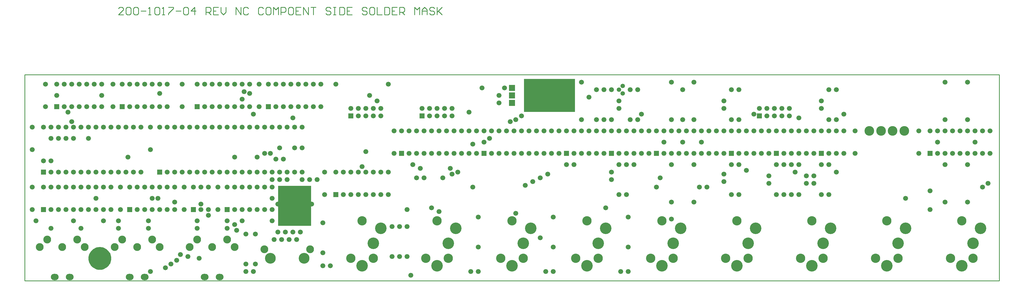
<source format=gts>
*%FSLAX23Y23*%
*%MOIN*%
G01*
%ADD11C,0.006*%
%ADD12C,0.007*%
%ADD13C,0.008*%
%ADD14C,0.010*%
%ADD15C,0.012*%
%ADD16C,0.020*%
%ADD17C,0.024*%
%ADD18C,0.032*%
%ADD19C,0.036*%
%ADD20C,0.040*%
%ADD21C,0.050*%
%ADD22C,0.052*%
%ADD23C,0.055*%
%ADD24C,0.056*%
%ADD25C,0.059*%
%ADD26C,0.060*%
%ADD27C,0.062*%
%ADD28C,0.066*%
%ADD29C,0.070*%
%ADD30C,0.082*%
%ADD31C,0.090*%
%ADD32C,0.095*%
%ADD33O,0.100X0.080*%
%ADD34C,0.100*%
%ADD35O,0.104X0.084*%
%ADD36C,0.104*%
%ADD37C,0.115*%
%ADD38C,0.120*%
%ADD39C,0.124*%
%ADD40C,0.125*%
%ADD41C,0.128*%
%ADD42C,0.129*%
%ADD43C,0.140*%
%ADD44C,0.144*%
%ADD45C,0.148*%
%ADD46C,0.150*%
%ADD47C,0.154*%
%ADD48C,0.250*%
%ADD49C,0.250*%
%ADD50R,0.062X0.062*%
%ADD51R,0.066X0.066*%
%ADD52R,0.075X0.075*%
%ADD53R,0.079X0.079*%
%ADD54R,0.250X0.250*%
D14*
X4900Y9878D02*
X4967D01*
X4900D02*
X4967Y9945D01*
Y9961D01*
X4950Y9978D01*
X4917D01*
X4900Y9961D01*
X5000D02*
X5017Y9978D01*
X5050D01*
X5067Y9961D01*
Y9895D01*
X5050Y9878D01*
X5017D01*
X5000Y9895D01*
Y9961D01*
X5100D02*
X5117Y9978D01*
X5150D01*
X5167Y9961D01*
Y9895D01*
X5150Y9878D01*
X5117D01*
X5100Y9895D01*
Y9961D01*
X5200Y9928D02*
X5267D01*
X5300Y9878D02*
X5333D01*
X5317D01*
Y9978D01*
X5318D01*
X5317D02*
X5300Y9961D01*
X5383D02*
X5400Y9978D01*
X5433D01*
X5450Y9961D01*
Y9895D01*
X5433Y9878D01*
X5400D01*
X5383Y9895D01*
Y9961D01*
X5483Y9878D02*
X5516D01*
X5500D01*
Y9978D01*
X5501D01*
X5500D02*
X5483Y9961D01*
X5566Y9978D02*
X5633D01*
Y9961D01*
X5566Y9895D01*
Y9878D01*
X5666Y9928D02*
X5733D01*
X5766Y9961D02*
X5783Y9978D01*
X5816D01*
X5833Y9961D01*
Y9895D01*
X5816Y9878D01*
X5783D01*
X5766Y9895D01*
Y9961D01*
X5916Y9978D02*
Y9878D01*
X5866Y9928D02*
X5916Y9978D01*
X5933Y9928D02*
X5866D01*
X6066Y9878D02*
Y9978D01*
X6116D01*
X6133Y9961D01*
Y9928D01*
X6116Y9911D01*
X6066D01*
X6100D02*
X6133Y9878D01*
X6166Y9978D02*
X6233D01*
X6166D02*
Y9878D01*
X6233D01*
X6200Y9928D02*
X6166D01*
X6266Y9911D02*
Y9978D01*
Y9911D02*
X6300Y9878D01*
X6333Y9911D01*
Y9978D01*
X6466D02*
Y9878D01*
X6533D02*
X6466Y9978D01*
X6533D02*
Y9878D01*
X6633Y9961D02*
X6616Y9978D01*
X6583D01*
X6566Y9961D01*
Y9895D01*
X6583Y9878D01*
X6616D01*
X6633Y9895D01*
X6816Y9978D02*
X6833Y9961D01*
X6816Y9978D02*
X6783D01*
X6766Y9961D01*
Y9895D01*
X6783Y9878D01*
X6816D01*
X6833Y9895D01*
X6883Y9978D02*
X6916D01*
X6883D02*
X6866Y9961D01*
Y9895D01*
X6883Y9878D01*
X6916D01*
X6933Y9895D01*
Y9961D01*
X6916Y9978D01*
X6966D02*
Y9878D01*
X6999Y9945D02*
X6966Y9978D01*
X6999Y9945D02*
X7033Y9978D01*
Y9878D01*
X7066D02*
Y9978D01*
X7116D01*
X7133Y9961D01*
Y9928D01*
X7116Y9911D01*
X7066D01*
X7183Y9978D02*
X7216D01*
X7183D02*
X7166Y9961D01*
Y9895D01*
X7183Y9878D01*
X7216D01*
X7233Y9895D01*
Y9961D01*
X7216Y9978D01*
X7266D02*
X7333D01*
X7266D02*
Y9878D01*
X7333D01*
X7299Y9928D02*
X7266D01*
X7366Y9878D02*
Y9978D01*
X7433Y9878D01*
Y9978D01*
X7466D02*
X7532D01*
X7499D01*
Y9878D01*
X7716Y9978D02*
X7732Y9961D01*
X7716Y9978D02*
X7682D01*
X7666Y9961D01*
Y9945D01*
X7682Y9928D01*
X7716D01*
X7732Y9911D01*
Y9895D01*
X7716Y9878D01*
X7682D01*
X7666Y9895D01*
X7766Y9978D02*
X7799D01*
X7782D01*
Y9878D01*
X7766D01*
X7799D01*
X7849D02*
Y9978D01*
Y9878D02*
X7899D01*
X7916Y9895D01*
Y9961D01*
X7899Y9978D01*
X7849D01*
X7949D02*
X8016D01*
X7949D02*
Y9878D01*
X8016D01*
X7982Y9928D02*
X7949D01*
X8199Y9978D02*
X8216Y9961D01*
X8199Y9978D02*
X8166D01*
X8149Y9961D01*
Y9945D01*
X8166Y9928D01*
X8199D01*
X8216Y9911D01*
Y9895D01*
X8199Y9878D01*
X8166D01*
X8149Y9895D01*
X8266Y9978D02*
X8299D01*
X8266D02*
X8249Y9961D01*
Y9895D01*
X8266Y9878D01*
X8299D01*
X8316Y9895D01*
Y9961D01*
X8299Y9978D01*
X8349D02*
Y9878D01*
X8416D01*
X8449D02*
Y9978D01*
Y9878D02*
X8499D01*
X8515Y9895D01*
Y9961D01*
X8499Y9978D01*
X8449D01*
X8549D02*
X8615D01*
X8549D02*
Y9878D01*
X8615D01*
X8582Y9928D02*
X8549D01*
X8649Y9878D02*
Y9978D01*
X8699D01*
X8715Y9961D01*
Y9928D01*
X8699Y9911D01*
X8649D01*
X8682D02*
X8715Y9878D01*
X8849D02*
Y9978D01*
X8882Y9945D01*
X8915Y9978D01*
Y9878D01*
X8949D02*
Y9945D01*
X8982Y9978D01*
X9015Y9945D01*
Y9878D01*
Y9928D01*
X8949D01*
X9099Y9978D02*
X9115Y9961D01*
X9099Y9978D02*
X9065D01*
X9049Y9961D01*
Y9945D01*
X9065Y9928D01*
X9099D01*
X9115Y9911D01*
Y9895D01*
X9099Y9878D01*
X9065D01*
X9049Y9895D01*
X9149Y9878D02*
Y9978D01*
Y9911D02*
Y9878D01*
Y9911D02*
X9215Y9978D01*
X9165Y9928D01*
X9215Y9878D01*
X3650Y9078D02*
X16650D01*
Y6328D02*
X3650D01*
Y9078D01*
X16650D02*
Y6328D01*
D25*
X11625Y8828D02*
D03*
X11575Y8878D02*
D03*
X11625Y8928D02*
D03*
D28*
X16425Y7578D02*
D03*
X16500Y7628D02*
D03*
X16325Y8178D02*
D03*
X15825D02*
D03*
X15725Y7528D02*
D03*
Y7278D02*
D03*
X15400Y7428D02*
D03*
X14575Y8553D02*
D03*
X14475Y7778D02*
D03*
X13975Y8503D02*
D03*
X13925Y7778D02*
D03*
X13375Y8553D02*
D03*
X13275Y7803D02*
D03*
X12675Y8178D02*
D03*
X12650Y7578D02*
D03*
X12750D02*
D03*
X12275Y7153D02*
D03*
X12425Y8178D02*
D03*
X12175D02*
D03*
X12075Y7578D02*
D03*
X12125Y7703D02*
D03*
X11875Y8553D02*
D03*
X11775Y7878D02*
D03*
X11400Y7303D02*
D03*
X10525Y6903D02*
D03*
X10625Y7753D02*
D03*
X10525Y7703D02*
D03*
X10425Y7653D02*
D03*
X10325Y7603D02*
D03*
X10125Y8453D02*
D03*
X10200Y8478D02*
D03*
X10275Y8528D02*
D03*
X10200Y7228D02*
D03*
X9850Y8228D02*
D03*
X9775Y8178D02*
D03*
X9575Y8578D02*
D03*
X9625Y8153D02*
D03*
Y7578D02*
D03*
X9325Y7828D02*
D03*
X9425Y7778D02*
D03*
X9350Y7753D02*
D03*
X9225Y7703D02*
D03*
X9175Y7253D02*
D03*
X8975Y7703D02*
D03*
X9075Y7303D02*
D03*
X8925Y7828D02*
D03*
X8750Y7278D02*
D03*
X8875Y7703D02*
D03*
X8825Y7878D02*
D03*
X8800Y6403D02*
D03*
X8350Y8728D02*
D03*
X8500Y8953D02*
D03*
X8250Y8803D02*
D03*
X8150Y7853D02*
D03*
X8200Y8053D02*
D03*
X7800Y8953D02*
D03*
X7350Y8103D02*
D03*
X7225Y8503D02*
D03*
X7250Y8103D02*
D03*
X7100Y7953D02*
D03*
X7000D02*
D03*
X7050Y8103D02*
D03*
X6850Y8028D02*
D03*
X6925D02*
D03*
X6950Y7428D02*
D03*
X6700Y8553D02*
D03*
X6650Y8828D02*
D03*
X6575Y8853D02*
D03*
X6750Y7978D02*
D03*
X6550Y8753D02*
D03*
X6450Y7978D02*
D03*
X6475Y7003D02*
D03*
X6450Y7078D02*
D03*
X6100Y7203D02*
D03*
X6000Y7353D02*
D03*
X5825Y6653D02*
D03*
X5975Y6628D02*
D03*
X5650Y7378D02*
D03*
X5725Y6678D02*
D03*
X5600Y6553D02*
D03*
X5675Y6603D02*
D03*
X5450Y8828D02*
D03*
X5425Y7428D02*
D03*
X5525Y6503D02*
D03*
X5350Y7428D02*
D03*
X5325Y6453D02*
D03*
X5025Y7978D02*
D03*
X4675Y8803D02*
D03*
X4500Y8228D02*
D03*
X4600Y7428D02*
D03*
X4225Y8578D02*
D03*
X4275Y8453D02*
D03*
X4300Y8228D02*
D03*
X4075Y8803D02*
D03*
X4100Y8228D02*
D03*
X4200D02*
D03*
X3900Y7928D02*
D03*
X4000Y8228D02*
D03*
Y7928D02*
D03*
X3800Y7128D02*
D03*
X15925Y8478D02*
D03*
Y8978D02*
D03*
X16225Y8478D02*
D03*
Y8978D02*
D03*
X15575Y8328D02*
D03*
Y8028D02*
D03*
X15825D02*
D03*
X16125D02*
D03*
X16225D02*
D03*
X16325D02*
D03*
X16425D02*
D03*
Y8328D02*
D03*
X16325D02*
D03*
X16225D02*
D03*
X16125D02*
D03*
X16025D02*
D03*
X15925D02*
D03*
X15825D02*
D03*
X15725D02*
D03*
X15925Y8028D02*
D03*
X16025D02*
D03*
X16225Y7878D02*
D03*
Y7378D02*
D03*
X15925Y7878D02*
D03*
Y7378D02*
D03*
X16525Y8028D02*
D03*
Y8328D02*
D03*
X14475Y8478D02*
D03*
Y8878D02*
D03*
X14375Y8478D02*
D03*
Y8878D02*
D03*
X14275Y8728D02*
D03*
Y8628D02*
D03*
X14725Y8028D02*
D03*
Y8328D02*
D03*
X14375Y8028D02*
D03*
X14475D02*
D03*
X14575D02*
D03*
Y8328D02*
D03*
X14475D02*
D03*
X14375D02*
D03*
X14275D02*
D03*
X14375Y7878D02*
D03*
Y7478D02*
D03*
X14275Y7878D02*
D03*
Y7478D02*
D03*
X14175Y7628D02*
D03*
Y7728D02*
D03*
Y8328D02*
D03*
Y8028D02*
D03*
X14075D02*
D03*
Y8328D02*
D03*
X13775Y8028D02*
D03*
X13875D02*
D03*
X13975D02*
D03*
Y8328D02*
D03*
X13875D02*
D03*
X13775D02*
D03*
X13675D02*
D03*
X14075Y7728D02*
D03*
Y7628D02*
D03*
X13975Y7878D02*
D03*
Y7478D02*
D03*
X13875Y7878D02*
D03*
Y7478D02*
D03*
X13775Y7878D02*
D03*
Y7478D02*
D03*
X13675Y7878D02*
D03*
Y7478D02*
D03*
X12275Y8478D02*
D03*
Y8978D02*
D03*
X12575Y8478D02*
D03*
Y8978D02*
D03*
X12425Y8478D02*
D03*
Y8878D02*
D03*
X13175Y8478D02*
D03*
Y8878D02*
D03*
X13075Y8478D02*
D03*
Y8878D02*
D03*
X12975Y8728D02*
D03*
Y8628D02*
D03*
X13850D02*
D03*
Y8528D02*
D03*
X13750Y8628D02*
D03*
Y8528D02*
D03*
X13650Y8628D02*
D03*
Y8528D02*
D03*
X13550Y8628D02*
D03*
Y8528D02*
D03*
X13450Y8628D02*
D03*
X12175Y8028D02*
D03*
X12475D02*
D03*
X12575D02*
D03*
X12675D02*
D03*
X12775D02*
D03*
Y8328D02*
D03*
X12675D02*
D03*
X12575D02*
D03*
X12475D02*
D03*
X12375D02*
D03*
X12275D02*
D03*
X12175D02*
D03*
X12075D02*
D03*
X12275Y8028D02*
D03*
X12375D02*
D03*
X12275Y7878D02*
D03*
Y7378D02*
D03*
X12575Y7878D02*
D03*
Y7378D02*
D03*
X12875Y8028D02*
D03*
Y8328D02*
D03*
X13075Y7878D02*
D03*
Y7478D02*
D03*
X13175Y7878D02*
D03*
Y7478D02*
D03*
X13575Y7628D02*
D03*
Y7728D02*
D03*
Y8328D02*
D03*
Y8028D02*
D03*
X13475D02*
D03*
Y8328D02*
D03*
X13175Y8028D02*
D03*
X13275D02*
D03*
X13375D02*
D03*
Y8328D02*
D03*
X13275D02*
D03*
X13175D02*
D03*
X13075D02*
D03*
X12975Y7653D02*
D03*
Y7753D02*
D03*
Y8328D02*
D03*
Y8028D02*
D03*
X11075Y8978D02*
D03*
Y8478D02*
D03*
X11175Y8778D02*
D03*
X11275Y8878D02*
D03*
Y8478D02*
D03*
X11375D02*
D03*
Y8878D02*
D03*
X11475Y8478D02*
D03*
Y8878D02*
D03*
X11575Y8728D02*
D03*
Y8628D02*
D03*
X11725Y8478D02*
D03*
Y8878D02*
D03*
X11825Y8478D02*
D03*
Y8878D02*
D03*
X10700Y7178D02*
D03*
Y6778D02*
D03*
X11700Y7178D02*
D03*
Y6778D02*
D03*
X10775Y8328D02*
D03*
Y8028D02*
D03*
X11075D02*
D03*
X11175D02*
D03*
Y8328D02*
D03*
X11075D02*
D03*
X10975D02*
D03*
X10875D02*
D03*
X10975Y8028D02*
D03*
Y7878D02*
D03*
X10875D02*
D03*
X11275Y8028D02*
D03*
Y8328D02*
D03*
X11375D02*
D03*
Y8028D02*
D03*
X11575D02*
D03*
X11675D02*
D03*
X11775D02*
D03*
Y8328D02*
D03*
X11675D02*
D03*
X11575D02*
D03*
X11475D02*
D03*
Y7678D02*
D03*
Y7778D02*
D03*
X11575Y7878D02*
D03*
Y7478D02*
D03*
X11675Y7878D02*
D03*
Y7478D02*
D03*
X11875Y8028D02*
D03*
Y8328D02*
D03*
X11975D02*
D03*
Y8028D02*
D03*
X10700Y6453D02*
D03*
X10600D02*
D03*
X11700D02*
D03*
X11600D02*
D03*
X9750Y8903D02*
D03*
X10050D02*
D03*
X9975Y8803D02*
D03*
Y8703D02*
D03*
X9350Y8628D02*
D03*
Y8528D02*
D03*
X9250Y8628D02*
D03*
Y8528D02*
D03*
X9150Y8628D02*
D03*
Y8528D02*
D03*
X9050Y8628D02*
D03*
Y8528D02*
D03*
X8950Y8628D02*
D03*
X9700Y7178D02*
D03*
Y6778D02*
D03*
X9675Y8328D02*
D03*
Y8028D02*
D03*
X9875D02*
D03*
X9975D02*
D03*
X10075D02*
D03*
X10175D02*
D03*
X10275D02*
D03*
X10375D02*
D03*
X10475D02*
D03*
X10575D02*
D03*
X10675D02*
D03*
Y8328D02*
D03*
X10575D02*
D03*
X10475D02*
D03*
X10375D02*
D03*
X10275D02*
D03*
X10175D02*
D03*
X10075D02*
D03*
X9975D02*
D03*
X9875D02*
D03*
X9775D02*
D03*
X9700Y6453D02*
D03*
X9600D02*
D03*
X8400Y8628D02*
D03*
Y8528D02*
D03*
X8300Y8628D02*
D03*
Y8528D02*
D03*
X8200Y8628D02*
D03*
Y8528D02*
D03*
X8100Y8628D02*
D03*
Y8528D02*
D03*
X8000Y8628D02*
D03*
X7650Y7778D02*
D03*
Y7478D02*
D03*
X7550Y7678D02*
D03*
X7450D02*
D03*
X7350D02*
D03*
X7150D02*
D03*
X7475Y7353D02*
D03*
X7025D02*
D03*
X7900Y7478D02*
D03*
X8000D02*
D03*
X8100D02*
D03*
X8200D02*
D03*
X8300D02*
D03*
X8400D02*
D03*
X8500D02*
D03*
Y7778D02*
D03*
X8400D02*
D03*
X8300D02*
D03*
X8200D02*
D03*
X8100D02*
D03*
X8000D02*
D03*
X7900D02*
D03*
X7800D02*
D03*
X7625Y6703D02*
D03*
Y7103D02*
D03*
X8575Y8328D02*
D03*
Y8028D02*
D03*
X8775D02*
D03*
X8875D02*
D03*
X8975D02*
D03*
X9075D02*
D03*
X9175D02*
D03*
X9275D02*
D03*
X9375D02*
D03*
X9475D02*
D03*
X9575D02*
D03*
Y8328D02*
D03*
X9475D02*
D03*
X9375D02*
D03*
X9275D02*
D03*
X9175D02*
D03*
X9075D02*
D03*
X8975D02*
D03*
X8875D02*
D03*
X8775D02*
D03*
X8675D02*
D03*
X8650Y6653D02*
D03*
Y7053D02*
D03*
X8750Y6653D02*
D03*
Y7053D02*
D03*
X7725Y6528D02*
D03*
X7625D02*
D03*
X8550Y7053D02*
D03*
Y6653D02*
D03*
X6050Y8653D02*
D03*
X6350D02*
D03*
X6450D02*
D03*
X6550D02*
D03*
X6650D02*
D03*
Y8953D02*
D03*
X6550D02*
D03*
X6450D02*
D03*
X6350D02*
D03*
X6250D02*
D03*
X6150D02*
D03*
X6050D02*
D03*
X5950D02*
D03*
X6150Y8653D02*
D03*
X6250D02*
D03*
X7000D02*
D03*
X7100D02*
D03*
X7200D02*
D03*
X7300D02*
D03*
X7400D02*
D03*
X7500D02*
D03*
X7600D02*
D03*
Y8953D02*
D03*
X7500D02*
D03*
X7400D02*
D03*
X7300D02*
D03*
X7200D02*
D03*
X7100D02*
D03*
X7000D02*
D03*
X6900D02*
D03*
X6775D02*
D03*
Y8653D02*
D03*
X6725Y6553D02*
D03*
Y6953D02*
D03*
X6600Y6553D02*
D03*
Y6953D02*
D03*
X6950Y7678D02*
D03*
X7050D02*
D03*
X6450Y7278D02*
D03*
X6550D02*
D03*
X6650D02*
D03*
X6750D02*
D03*
X6850D02*
D03*
X6950D02*
D03*
Y7578D02*
D03*
X6850D02*
D03*
X6750D02*
D03*
X6650D02*
D03*
X6550D02*
D03*
X6450D02*
D03*
X6350D02*
D03*
X6225D02*
D03*
Y7278D02*
D03*
X6100D02*
D03*
Y7578D02*
D03*
X6000D02*
D03*
X5900D02*
D03*
X6000Y7278D02*
D03*
X5775Y7578D02*
D03*
Y7278D02*
D03*
X5950Y7128D02*
D03*
X6350D02*
D03*
Y7028D02*
D03*
X5950D02*
D03*
X6950Y7128D02*
D03*
X6550D02*
D03*
X6600Y6453D02*
D03*
X6700D02*
D03*
X7275Y6878D02*
D03*
X7325Y6978D02*
D03*
X7225D02*
D03*
X7075Y6878D02*
D03*
X6975D02*
D03*
X7025Y6978D02*
D03*
X7175Y6878D02*
D03*
X7125Y6978D02*
D03*
X5750Y8953D02*
D03*
Y8653D02*
D03*
X5050D02*
D03*
X4950Y8953D02*
D03*
X5050D02*
D03*
X5150D02*
D03*
X5250D02*
D03*
X5350D02*
D03*
X5450D02*
D03*
X5550D02*
D03*
Y8653D02*
D03*
X5450D02*
D03*
X5350D02*
D03*
X5250D02*
D03*
X5150D02*
D03*
X4825Y8953D02*
D03*
Y8653D02*
D03*
X5150Y7278D02*
D03*
X5250D02*
D03*
X5350D02*
D03*
X5450D02*
D03*
X5550D02*
D03*
X5650D02*
D03*
Y7578D02*
D03*
X5550D02*
D03*
X5450D02*
D03*
X5350D02*
D03*
X5250D02*
D03*
X5150D02*
D03*
X5050D02*
D03*
X4925D02*
D03*
Y7278D02*
D03*
X5550Y7778D02*
D03*
X5650D02*
D03*
X5750D02*
D03*
X5850D02*
D03*
X5950D02*
D03*
X6050D02*
D03*
X6150D02*
D03*
X6250D02*
D03*
X6350D02*
D03*
X6450D02*
D03*
X6550D02*
D03*
X6650D02*
D03*
X6750D02*
D03*
X6850D02*
D03*
X6950D02*
D03*
X7050D02*
D03*
X7150D02*
D03*
X7250D02*
D03*
X7350D02*
D03*
Y8378D02*
D03*
X7250D02*
D03*
X7150D02*
D03*
X7050D02*
D03*
X6950D02*
D03*
X6850D02*
D03*
X6750D02*
D03*
X6650D02*
D03*
X6550D02*
D03*
X6450D02*
D03*
X6350D02*
D03*
X6250D02*
D03*
X6150D02*
D03*
X6050D02*
D03*
X5950D02*
D03*
X5850D02*
D03*
X5750D02*
D03*
X5650D02*
D03*
X5550D02*
D03*
X5450D02*
D03*
X5300Y7128D02*
D03*
X4900D02*
D03*
X5300Y7028D02*
D03*
X4900D02*
D03*
X5325Y8378D02*
D03*
Y8078D02*
D03*
X4300Y7128D02*
D03*
X4700D02*
D03*
X4175Y8653D02*
D03*
X4275D02*
D03*
X4375D02*
D03*
X4475D02*
D03*
X4575D02*
D03*
X4675D02*
D03*
Y8953D02*
D03*
X4575D02*
D03*
X4475D02*
D03*
X4375D02*
D03*
X4275D02*
D03*
X4175D02*
D03*
X4075D02*
D03*
X3925D02*
D03*
Y8653D02*
D03*
X4000Y7778D02*
D03*
X4100D02*
D03*
X4200D02*
D03*
X4300D02*
D03*
X4400D02*
D03*
X4500D02*
D03*
X4600D02*
D03*
X4700D02*
D03*
X4800D02*
D03*
X4900D02*
D03*
X5000D02*
D03*
X5100D02*
D03*
X5200D02*
D03*
Y8378D02*
D03*
X5100D02*
D03*
X5000D02*
D03*
X4900D02*
D03*
X4800D02*
D03*
X4700D02*
D03*
X4600D02*
D03*
X4500D02*
D03*
X4400D02*
D03*
X4300D02*
D03*
X4200D02*
D03*
X4100D02*
D03*
X4000D02*
D03*
X3900D02*
D03*
X4000Y7278D02*
D03*
X4100D02*
D03*
X4200D02*
D03*
X4300D02*
D03*
X4400D02*
D03*
X4500D02*
D03*
X4600D02*
D03*
X4700D02*
D03*
X4800D02*
D03*
Y7578D02*
D03*
X4700D02*
D03*
X4600D02*
D03*
X4500D02*
D03*
X4400D02*
D03*
X4300D02*
D03*
X4200D02*
D03*
X4100D02*
D03*
X4000D02*
D03*
X3900D02*
D03*
X3750D02*
D03*
Y7278D02*
D03*
X4000Y7028D02*
D03*
X4400D02*
D03*
X3750Y8378D02*
D03*
Y8078D02*
D03*
D29*
X4533Y6628D02*
X4534D01*
X4533D02*
X4534Y6614D01*
X4536Y6601D01*
X4540Y6588D01*
X4545Y6575D01*
X4552Y6564D01*
X4560Y6553D01*
X4570Y6543D01*
X4580Y6534D01*
X4592Y6527D01*
X4604Y6521D01*
X4616Y6516D01*
X4630Y6513D01*
X4643Y6511D01*
X4657D01*
X4670Y6513D01*
X4684Y6516D01*
X4696Y6521D01*
X4708Y6527D01*
X4720Y6534D01*
X4730Y6543D01*
X4740Y6553D01*
X4748Y6564D01*
X4755Y6575D01*
X4760Y6588D01*
X4764Y6601D01*
X4766Y6614D01*
X4767Y6628D01*
X4768D01*
X4767D02*
X4766Y6642D01*
X4764Y6655D01*
X4760Y6668D01*
X4755Y6681D01*
X4748Y6692D01*
X4740Y6703D01*
X4730Y6713D01*
X4720Y6722D01*
X4708Y6729D01*
X4696Y6735D01*
X4684Y6740D01*
X4670Y6743D01*
X4657Y6745D01*
X4643D01*
X4630Y6743D01*
X4616Y6740D01*
X4604Y6735D01*
X4592Y6729D01*
X4580Y6722D01*
X4570Y6713D01*
X4560Y6703D01*
X4552Y6692D01*
X4545Y6681D01*
X4540Y6668D01*
X4536Y6655D01*
X4534Y6642D01*
X4533Y6628D01*
X4601D02*
X4602D01*
X4601D02*
X4602Y6618D01*
X4605Y6608D01*
X4610Y6599D01*
X4617Y6592D01*
X4626Y6586D01*
X4635Y6581D01*
X4645Y6579D01*
X4655D01*
X4665Y6581D01*
X4674Y6586D01*
X4683Y6592D01*
X4690Y6599D01*
X4695Y6608D01*
X4698Y6618D01*
X4699Y6628D01*
X4700D01*
X4699D02*
X4698Y6638D01*
X4695Y6648D01*
X4690Y6657D01*
X4683Y6664D01*
X4674Y6670D01*
X4665Y6675D01*
X4655Y6677D01*
X4645D01*
X4635Y6675D01*
X4626Y6670D01*
X4617Y6664D01*
X4610Y6657D01*
X4605Y6648D01*
X4602Y6638D01*
X4601Y6628D01*
X4650D02*
D03*
X10758Y8803D02*
X10759D01*
X10758D02*
X10759Y8789D01*
X10762Y8776D01*
X10767Y8763D01*
X10774Y8751D01*
X10783Y8740D01*
X10793Y8731D01*
X10804Y8723D01*
X10816Y8717D01*
X10830Y8713D01*
X10843Y8711D01*
X10857D01*
X10870Y8713D01*
X10884Y8717D01*
X10896Y8723D01*
X10907Y8731D01*
X10917Y8740D01*
X10926Y8751D01*
X10933Y8763D01*
X10938Y8776D01*
X10941Y8789D01*
X10942Y8803D01*
X10943D01*
X10942D02*
X10941Y8817D01*
X10938Y8830D01*
X10933Y8843D01*
X10926Y8855D01*
X10917Y8866D01*
X10907Y8875D01*
X10896Y8883D01*
X10884Y8889D01*
X10870Y8893D01*
X10857Y8895D01*
X10843D01*
X10830Y8893D01*
X10816Y8889D01*
X10804Y8883D01*
X10793Y8875D01*
X10783Y8866D01*
X10774Y8855D01*
X10767Y8843D01*
X10762Y8830D01*
X10759Y8817D01*
X10758Y8803D01*
X10826D02*
X10827D01*
X10826D02*
X10827Y8795D01*
X10832Y8788D01*
X10838Y8782D01*
X10846Y8779D01*
X10854D01*
X10862Y8782D01*
X10868Y8788D01*
X10873Y8795D01*
X10874Y8803D01*
X10875D01*
X10874D02*
X10873Y8811D01*
X10868Y8818D01*
X10862Y8824D01*
X10854Y8827D01*
X10846D01*
X10838Y8824D01*
X10832Y8818D01*
X10827Y8811D01*
X10826Y8803D01*
D35*
X6250Y6378D02*
D03*
X6050D02*
D03*
X5250D02*
D03*
X5050D02*
D03*
X4250D02*
D03*
X4050D02*
D03*
D36*
X6150Y6778D02*
D03*
X5950Y6878D02*
D03*
X6350D02*
D03*
X6450Y6778D02*
D03*
X5850D02*
D03*
X7455Y6748D02*
D03*
X6845D02*
D03*
X5150Y6778D02*
D03*
X4950Y6878D02*
D03*
X5350D02*
D03*
X5450Y6778D02*
D03*
X4850D02*
D03*
X4150D02*
D03*
X3950Y6878D02*
D03*
X4350D02*
D03*
X4450Y6778D02*
D03*
X3850D02*
D03*
D39*
X16000Y6628D02*
D03*
X16300D02*
D03*
X16150Y7128D02*
D03*
X15000Y6628D02*
D03*
X15300D02*
D03*
X15150Y7128D02*
D03*
X14000Y6628D02*
D03*
X14300D02*
D03*
X14150Y7128D02*
D03*
X13000Y6628D02*
D03*
X13300D02*
D03*
X13150Y7128D02*
D03*
X12000Y6628D02*
D03*
X12300D02*
D03*
X12150Y7128D02*
D03*
X11000Y6628D02*
D03*
X11300D02*
D03*
X11150Y7128D02*
D03*
X10000Y6628D02*
D03*
X10300D02*
D03*
X10150Y7128D02*
D03*
X9000Y6628D02*
D03*
X9300D02*
D03*
X9150Y7128D02*
D03*
X8000Y6628D02*
D03*
X8300D02*
D03*
X8150Y7128D02*
D03*
D42*
X15072Y8328D02*
D03*
X15384D02*
D03*
X14916D02*
D03*
X15228D02*
D03*
D44*
X7375Y6628D02*
D03*
X6925D02*
D03*
D47*
X16400Y7028D02*
D03*
X16300Y6828D02*
D03*
X16150Y6528D02*
D03*
X15400Y7028D02*
D03*
X15300Y6828D02*
D03*
X15150Y6528D02*
D03*
X14400Y7028D02*
D03*
X14300Y6828D02*
D03*
X14150Y6528D02*
D03*
X13400Y7028D02*
D03*
X13300Y6828D02*
D03*
X13150Y6528D02*
D03*
X12400Y7028D02*
D03*
X12300Y6828D02*
D03*
X12150Y6528D02*
D03*
X11400Y7028D02*
D03*
X11300Y6828D02*
D03*
X11150Y6528D02*
D03*
X10400Y7028D02*
D03*
X10300Y6828D02*
D03*
X10150Y6528D02*
D03*
X9400Y7028D02*
D03*
X9300Y6828D02*
D03*
X9150Y6528D02*
D03*
X8400Y7028D02*
D03*
X8300Y6828D02*
D03*
X8150Y6528D02*
D03*
D51*
X15725Y8028D02*
D03*
X14275D02*
D03*
X13675D02*
D03*
X13450Y8528D02*
D03*
X12075Y8028D02*
D03*
X13075D02*
D03*
X10875D02*
D03*
X11475D02*
D03*
X8950Y8528D02*
D03*
X9775Y8028D02*
D03*
X8000Y8528D02*
D03*
X7800Y7478D02*
D03*
X8675Y8028D02*
D03*
X5950Y8653D02*
D03*
X6900D02*
D03*
X6350Y7278D02*
D03*
X5900D02*
D03*
X4950Y8653D02*
D03*
X5050Y7278D02*
D03*
X5450Y7778D02*
D03*
X4075Y8653D02*
D03*
X3900Y7778D02*
D03*
Y7278D02*
D03*
D53*
X10150Y8703D02*
D03*
Y8803D02*
D03*
Y8903D02*
D03*
D54*
X10435Y8708D02*
X10865D01*
Y8898D01*
X10435D01*
Y8708D01*
X7156Y7186D02*
X7344D01*
Y7470D01*
X7156D01*
Y7186D01*
D02*
M02*

</source>
